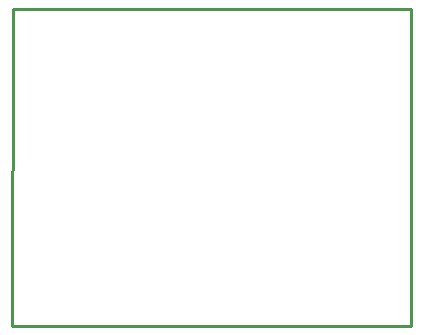
<source format=gko>
G04 Layer: BoardOutline*
G04 EasyEDA v6.4.19.4, 2021-06-26T11:34:46+02:00*
G04 Gerber Generator version 0.2*
G04 Scale: 100 percent, Rotated: No, Reflected: No *
G04 Dimensions in inches *
G04 leading zeros omitted , absolute positions ,3 integer and 6 decimal *
%FSLAX36Y36*%
%MOIN*%

%ADD10C,0.0100*%
D10*
X305000Y2695000D02*
G01*
X305000Y2725000D01*
X1630000Y2725000D01*
X1630000Y1670000D01*
X300000Y1670000D01*
X305000Y2700000D01*

%LPD*%
M02*

</source>
